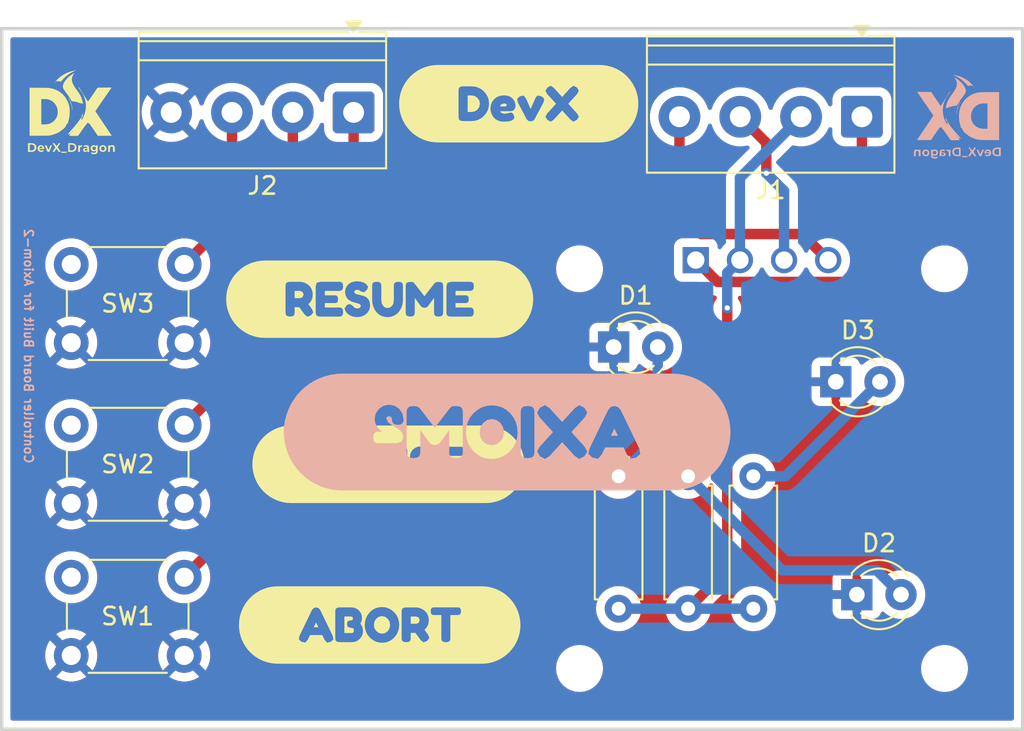
<source format=kicad_pcb>
(kicad_pcb (version 20241229) (generator "pcbnew") (generator_version "9.0")
  (layers (0 "F.Cu" signal) (2 "B.Cu" signal) (13 "F.Paste" user) (15 "B.Paste" user) (5 "F.SilkS" user "F.Silkscreen") (7 "B.SilkS" user "B.Silkscreen") (1 "F.Mask" user) (3 "B.Mask" user) (25 "Edge.Cuts" user))
  (net 0 "")
  (net 1 "Net-(J1-Pin_1)")
  (net 2 "Net-(J1-Pin_4)")
  (net 3 "Net-(J1-Pin_3)")
  (net 4 "Net-(J1-Pin_2)")
  (net 5 "GND")
  (net 6 "Net-(J2-Pin_3)")
  (net 7 "Net-(J2-Pin_2)")
  (net 8 "Net-(J2-Pin_1)")
  (net 9 "Net-(D1-Pad2)")
  (net 10 "Net-(D2-Pad2)")
  (net 11 "Net-(D3-Pad2)")
  (footprint "kibuzzard-699976FE" (layer "F.Cu") (at 129 71.5)
    (property "Reference" "kibuzzard-699976FE" (hide yes))
    (property "Value" "G***" (hide yes))
  )
  (footprint "kibuzzard-699979CF" (layer "F.Cu") (at 137 60.25)
    (property "Reference" "kibuzzard-699979CF" (hide yes))
    (property "Value" "G***" (hide yes))
  )
  (footprint "kibuzzard-699976DE" (layer "F.Cu") (at 129.5 81)
    (property "Reference" "kibuzzard-699976DE" (hide yes))
    (property "Value" "G***" (hide yes))
  )
  (footprint "ScottoKeebs_Components:OLED_128x64" (layer "F.Cu") (at 151 81.25 180)
    (property "Reference" "J4" (hide yes))
    (property "Value" "OLED_128x64" (hide yes))
    (pad "" np_thru_hole circle (at -10.50445 -11.5) (size 2.2 2.2) (drill 2.2) (layers "*.Cu" "*.Mask"))
    (pad "" np_thru_hole circle (at -10.50445 11.5) (size 2.2 2.2) (drill 2.2) (layers "*.Cu" "*.Mask"))
    (pad "" np_thru_hole circle (at 10.5 -11.5) (size 2.2 2.2) (drill 2.2) (layers "*.Cu" "*.Mask"))
    (pad "" np_thru_hole circle (at 10.5 11.5) (size 2.2 2.2) (drill 2.2) (layers "*.Cu" "*.Mask"))
    (pad "1" thru_hole rect (at 3.81 12) (size 1.508 1.508) (drill 1) (layers "*.Cu" "*.Mask") (net 1 "Net-(J1-Pin_1)"))
    (pad "2" thru_hole circle (at 1.27 12) (size 1.508 1.508) (drill 1) (layers "*.Cu" "*.Mask") (net 4 "Net-(J1-Pin_2)"))
    (pad "3" thru_hole circle (at -1.27 12) (size 1.508 1.508) (drill 1) (layers "*.Cu" "*.Mask") (net 3 "Net-(J1-Pin_3)"))
    (pad "4" thru_hole circle (at -3.81 12) (size 1.508 1.508) (drill 1) (layers "*.Cu" "*.Mask") (net 2 "Net-(J1-Pin_4)"))
  )
  (footprint "Resistor_THT:R_Axial_DIN0207_L6.3mm_D2.5mm_P7.62mm_Horizontal" (layer "F.Cu") (at 150.5 89.31 90)
    (property "Reference" "R3" (hide yes))
    (property "Value" "R" (hide yes))
    (pad "1" thru_hole circle (at 0 0 90) (size 1.6 1.6) (drill 0.8) (layers "*.Cu" "*.Mask") (net 4 "Net-(J1-Pin_2)"))
    (pad "2" thru_hole circle (at 7.62 0 90) (size 1.6 1.6) (drill 0.8) (layers "*.Cu" "*.Mask") (net 11 "Net-(D3-Pad2)"))
  )
  (footprint "Button_Switch_THT:SW_PUSH_6mm" (layer "F.Cu") (at 111.25 69.5)
    (property "Reference" "SW3" (at 3.25 2.25 0) (layer "F.SilkS"))
    (property "Value" "Start/Resume")
    (pad "1" thru_hole circle (at 0 0 90) (size 2 2) (drill 1.1) (layers "*.Cu" "*.Mask") (net 6 "Net-(J2-Pin_3)"))
    (pad "1" thru_hole circle (at 6.5 0 90) (size 2 2) (drill 1.1) (layers "*.Cu" "*.Mask") (net 6 "Net-(J2-Pin_3)"))
    (pad "2" thru_hole circle (at 0 4.5 90) (size 2 2) (drill 1.1) (layers "*.Cu" "*.Mask") (net 5 "GND"))
    (pad "2" thru_hole circle (at 6.5 4.5 90) (size 2 2) (drill 1.1) (layers "*.Cu" "*.Mask") (net 5 "GND"))
  )
  (footprint "kibuzzard-699976F2" (layer "F.Cu") (at 129 90.25)
    (property "Reference" "kibuzzard-699976F2" (hide yes))
    (property "Value" "G***" (hide yes))
  )
  (footprint "Button_Switch_THT:SW_PUSH_6mm" (layer "F.Cu") (at 111.25 78.75)
    (property "Reference" "SW2" (at 3.25 2.25 0) (layer "F.SilkS"))
    (property "Value" "Pause")
    (pad "1" thru_hole circle (at 0 0 90) (size 2 2) (drill 1.1) (layers "*.Cu" "*.Mask") (net 7 "Net-(J2-Pin_2)"))
    (pad "1" thru_hole circle (at 6.5 0 90) (size 2 2) (drill 1.1) (layers "*.Cu" "*.Mask") (net 7 "Net-(J2-Pin_2)"))
    (pad "2" thru_hole circle (at 0 4.5 90) (size 2 2) (drill 1.1) (layers "*.Cu" "*.Mask") (net 5 "GND"))
    (pad "2" thru_hole circle (at 6.5 4.5 90) (size 2 2) (drill 1.1) (layers "*.Cu" "*.Mask") (net 5 "GND"))
  )
  (footprint "Resistor_THT:R_Axial_DIN0207_L6.3mm_D2.5mm_P7.62mm_Horizontal" (layer "F.Cu") (at 146.75 89.31 90)
    (property "Reference" "R2" (hide yes))
    (property "Value" "R" (hide yes))
    (pad "1" thru_hole circle (at 0 0 90) (size 1.6 1.6) (drill 0.8) (layers "*.Cu" "*.Mask") (net 4 "Net-(J1-Pin_2)"))
    (pad "2" thru_hole circle (at 7.62 0 90) (size 1.6 1.6) (drill 0.8) (layers "*.Cu" "*.Mask") (net 10 "Net-(D2-Pad2)"))
  )
  (footprint "Button_Switch_THT:SW_PUSH_6mm" (layer "F.Cu") (at 111.25 87.5)
    (property "Reference" "SW1" (at 3.25 2.25 0) (layer "F.SilkS"))
    (property "Value" "Abort")
    (pad "1" thru_hole circle (at 0 0 90) (size 2 2) (drill 1.1) (layers "*.Cu" "*.Mask") (net 8 "Net-(J2-Pin_1)"))
    (pad "1" thru_hole circle (at 6.5 0 90) (size 2 2) (drill 1.1) (layers "*.Cu" "*.Mask") (net 8 "Net-(J2-Pin_1)"))
    (pad "2" thru_hole circle (at 0 4.5 90) (size 2 2) (drill 1.1) (layers "*.Cu" "*.Mask") (net 5 "GND"))
    (pad "2" thru_hole circle (at 6.5 4.5 90) (size 2 2) (drill 1.1) (layers "*.Cu" "*.Mask") (net 5 "GND"))
  )
  (footprint "LED_THT:LED_D3.0mm" (layer "F.Cu") (at 155.25 76.25)
    (property "Reference" "D3" (at 1.27 -2.96 0) (layer "F.SilkS"))
    (property "Value" "LED")
    (pad "1" thru_hole rect (at 0 0) (size 1.8 1.8) (drill 0.9) (layers "*.Cu" "*.Mask") (net 5 "GND"))
    (pad "2" thru_hole circle (at 2.54 0) (size 1.8 1.8) (drill 0.9) (layers "*.Cu" "*.Mask") (net 11 "Net-(D3-Pad2)"))
  )
  (footprint "Resistor_THT:R_Axial_DIN0207_L6.3mm_D2.5mm_P7.62mm_Horizontal" (layer "F.Cu") (at 142.75 89.31 90)
    (property "Reference" "R1" (hide yes))
    (property "Value" "R" (hide yes))
    (pad "1" thru_hole circle (at 0 0 90) (size 1.6 1.6) (drill 0.8) (layers "*.Cu" "*.Mask") (net 4 "Net-(J1-Pin_2)"))
    (pad "2" thru_hole circle (at 7.62 0 90) (size 1.6 1.6) (drill 0.8) (layers "*.Cu" "*.Mask") (net 9 "Net-(D1-Pad2)"))
  )
  (footprint "TerminalBlock_Phoenix:TerminalBlock_Phoenix_PT-1,5-4-3.5-H_1x04_P3.50mm_Horizontal" (layer "F.Cu") (at 127.5 60.75 180)
    (property "Reference" "J2" (at 5.25 -4.22 0) (layer "F.SilkS"))
    (property "Value" "Conn_01x04")
    (pad "1" thru_hole roundrect (at 0 0 180) (size 2.4 2.4) (drill 1.2) (layers "*.Cu" "*.Mask") (roundrect_rratio 0.104167) (net 8 "Net-(J2-Pin_1)"))
    (pad "2" thru_hole circle (at 3.5 0 180) (size 2.4 2.4) (drill 1.2) (layers "*.Cu" "*.Mask") (net 7 "Net-(J2-Pin_2)"))
    (pad "3" thru_hole circle (at 7 0 180) (size 2.4 2.4) (drill 1.2) (layers "*.Cu" "*.Mask") (net 6 "Net-(J2-Pin_3)"))
    (pad "4" thru_hole circle (at 10.5 0 180) (size 2.4 2.4) (drill 1.2) (layers "*.Cu" "*.Mask") (net 5 "GND"))
  )
  (footprint "LED_THT:LED_D3.0mm" (layer "F.Cu") (at 142.46 74.25)
    (property "Reference" "D1" (at 1.27 -2.96 0) (layer "F.SilkS"))
    (property "Value" "LED" (hide yes))
    (pad "1" thru_hole rect (at 0 0) (size 1.8 1.8) (drill 0.9) (layers "*.Cu" "*.Mask") (net 5 "GND"))
    (pad "2" thru_hole circle (at 2.54 0) (size 1.8 1.8) (drill 0.9) (layers "*.Cu" "*.Mask") (net 9 "Net-(D1-Pad2)"))
  )
  (footprint "TerminalBlock_Phoenix:TerminalBlock_Phoenix_PT-1,5-4-3.5-H_1x04_P3.50mm_Horizontal" (layer "F.Cu") (at 156.75 61 180)
    (property "Reference" "J1" (at 5.25 -4.22 0) (layer "F.SilkS"))
    (property "Value" "Conn_01x04" (hide yes))
    (pad "1" thru_hole roundrect (at 0 0 180) (size 2.4 2.4) (drill 1.2) (layers "*.Cu" "*.Mask") (roundrect_rratio 0.104167) (net 1 "Net-(J1-Pin_1)"))
    (pad "2" thru_hole circle (at 3.5 0 180) (size 2.4 2.4) (drill 1.2) (layers "*.Cu" "*.Mask") (net 4 "Net-(J1-Pin_2)"))
    (pad "3" thru_hole circle (at 7 0 180) (size 2.4 2.4) (drill 1.2) (layers "*.Cu" "*.Mask") (net 3 "Net-(J1-Pin_3)"))
    (pad "4" thru_hole circle (at 10.5 0 180) (size 2.4 2.4) (drill 1.2) (layers "*.Cu" "*.Mask") (net 2 "Net-(J1-Pin_4)"))
  )
  (footprint "LED_THT:LED_D3.0mm" (layer "F.Cu") (at 156.46 88.5)
    (property "Reference" "D2" (at 1.27 -2.96 0) (layer "F.SilkS"))
    (property "Value" "LED")
    (pad "1" thru_hole rect (at 0 0) (size 1.8 1.8) (drill 0.9) (layers "*.Cu" "*.Mask") (net 5 "GND"))
    (pad "2" thru_hole circle (at 2.54 0) (size 1.8 1.8) (drill 0.9) (layers "*.Cu" "*.Mask") (net 10 "Net-(D2-Pad2)"))
  )
  (footprint "Dragon Emblem:Dev Dragon" (layer "F.Cu") (at 111.25 60.75)
    (property "Reference" "G***" (hide yes))
    (property "Value" "LOGO" (hide yes))
  )
  (footprint "kibuzzard-69997A6C" (layer "B.Cu") (at 136.334346 79.143963 180)
    (property "Reference" "kibuzzard-69997A6C" (hide yes))
    (property "Value" "G***" (hide yes))
  )
  (footprint "Dragon Emblem:Dev Dragon" (layer "B.Cu") (at 162.25 61 180)
    (property "Reference" "G***" (hide yes))
    (property "Value" "LOGO" (hide yes))
  )
  (gr_rect (start 107.25 55.9325) (end 166 96.25) (stroke (width 0.2)) (fill no) (layer "Edge.Cuts"))
  (gr_text "Controller Board Built for Axiom-2" (at 108.5 81 -90) (layer "B.SilkS") (effects (font (size 0.5 0.5) (thickness 0.1) (bold yes)) (justify left bottom mirror)))
  (segment (start 147.19 69.25) (end 148.445 70.505) (width 0.6) (layer "F.Cu") (net 1))
  (segment (start 148.445 70.505) (end 155.745 70.505) (width 0.6) (layer "F.Cu") (net 1))
  (segment (start 156.75 69.5) (end 156.75 61) (width 0.6) (layer "F.Cu") (net 1))
  (segment (start 155.745 70.505) (end 156.75 69.5) (width 0.6) (layer "F.Cu") (net 1))
  (segment (start 154.81 69.25) (end 153.31 67.75) (width 0.6) (layer "F.Cu") (net 2))
  (segment (start 153.31 67.75) (end 147.5 67.75) (width 0.6) (layer "F.Cu") (net 2))
  (segment (start 147.5 67.75) (end 146.25 66.5) (width 0.6) (layer "F.Cu") (net 2))
  (segment (start 146.25 66.5) (end 146.25 61) (width 0.6) (layer "F.Cu") (net 2))
  (segment (start 151.25 62.5) (end 149.75 61) (width 0.6) (layer "F.Cu") (net 3))
  (segment (start 151.25 64.25) (end 151.25 62.5) (width 0.6) (layer "F.Cu") (net 3))
  (via (at 151.25 64.25) (size 0.6) (drill 0.3) (layers "F.Cu" "B.Cu") (net 3))
  (segment (start 152.27 69.25) (end 152.27 65.27) (width 0.6) (layer "B.Cu") (net 3))
  (segment (start 152.27 65.27) (end 151.25 64.25) (width 0.6) (layer "B.Cu") (net 3))
  (segment (start 149 87.06) (end 149 72) (width 0.6) (layer "F.Cu") (net 4))
  (segment (start 146.75 89.31) (end 149 87.06) (width 0.6) (layer "F.Cu") (net 4))
  (via (at 149 72) (size 0.6) (drill 0.3) (layers "F.Cu" "B.Cu") (net 4))
  (segment (start 149.73 69.25) (end 149.73 64.52) (width 0.6) (layer "B.Cu") (net 4))
  (segment (start 149 69.98) (end 149.73 69.25) (width 0.6) (layer "B.Cu") (net 4))
  (segment (start 149 72) (end 149 69.98) (width 0.6) (layer "B.Cu") (net 4))
  (segment (start 149.73 64.52) (end 153.25 61) (width 0.6) (layer "B.Cu") (net 4))
  (segment (start 142.75 89.31) (end 150.5 89.31) (width 0.6) (layer "B.Cu") (net 4))
  (segment (start 120.5 66.75) (end 120.5 60.75) (width 0.6) (layer "F.Cu") (net 6))
  (segment (start 117.75 69.5) (end 120.5 66.75) (width 0.6) (layer "F.Cu") (net 6))
  (segment (start 124 72.5) (end 117.75 78.75) (width 0.6) (layer "F.Cu") (net 7))
  (segment (start 124 60.75) (end 124 72.5) (width 0.6) (layer "F.Cu") (net 7))
  (segment (start 127.5 77.75) (end 117.75 87.5) (width 0.6) (layer "F.Cu") (net 8))
  (segment (start 127.5 60.75) (end 127.5 77.75) (width 0.6) (layer "F.Cu") (net 8))
  (segment (start 145 79.44) (end 142.75 81.69) (width 0.6) (layer "B.Cu") (net 9))
  (segment (start 145 74.25) (end 145 79.44) (width 0.6) (layer "B.Cu") (net 9))
  (segment (start 152.159 87.099) (end 157.599 87.099) (width 0.6) (layer "B.Cu") (net 10))
  (segment (start 146.75 81.69) (end 152.159 87.099) (width 0.6) (layer "B.Cu") (net 10))
  (segment (start 157.599 87.099) (end 159 88.5) (width 0.6) (layer "B.Cu") (net 10))
  (segment (start 157.79 76.25) (end 152.35 81.69) (width 0.6) (layer "B.Cu") (net 11))
  (segment (start 152.35 81.69) (end 150.5 81.69) (width 0.6) (layer "B.Cu") (net 11))
  (zone (net 5) (net_name "GND") (layers "F.Cu" "B.Cu") (connect_pads (clearance 0.5)) (min_thickness 0.25) (fill yes (thermal_gap 0.5) (thermal_bridge_width 0.5))
    (polygon (pts (xy 107.25 55.9325) (xy 166 55.9325) (xy 166 96.25) (xy 107.25 96.25)))
  )
)
</source>
